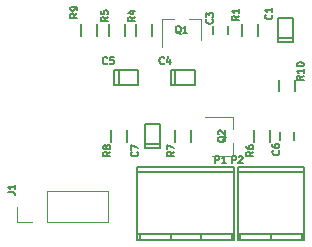
<source format=gto>
G04 #@! TF.FileFunction,Legend,Top*
%FSLAX46Y46*%
G04 Gerber Fmt 4.6, Leading zero omitted, Abs format (unit mm)*
G04 Created by KiCad (PCBNEW 4.0.7) date 03/02/18 07:07:43*
%MOMM*%
%LPD*%
G01*
G04 APERTURE LIST*
%ADD10C,0.100000*%
%ADD11C,0.150000*%
%ADD12C,0.120000*%
G04 APERTURE END LIST*
D10*
D11*
X172559560Y-89601200D02*
X164360440Y-89601200D01*
X172559560Y-89999980D02*
X164360440Y-89999980D01*
X172559560Y-95300960D02*
X164360440Y-95300960D01*
X164360440Y-95798800D02*
X172559560Y-95798800D01*
X169760480Y-95300960D02*
X169760480Y-95798800D01*
X164561100Y-95798800D02*
X164561100Y-95300960D01*
X172361440Y-95300960D02*
X172361440Y-95798800D01*
X167162060Y-95798800D02*
X167162060Y-95300960D01*
X172559560Y-95798800D02*
X172559560Y-89601200D01*
X164362980Y-89601200D02*
X164362980Y-95798800D01*
D12*
X166450000Y-79450000D02*
X166450000Y-77050000D01*
X166450000Y-77050000D02*
X167500000Y-77050000D01*
X169750000Y-78850000D02*
X169750000Y-77050000D01*
X169750000Y-77050000D02*
X168700000Y-77050000D01*
D11*
X164225000Y-78500000D02*
X164225000Y-77500000D01*
X165575000Y-77500000D02*
X165575000Y-78500000D01*
X170800000Y-78350000D02*
X170800000Y-77650000D01*
X172000000Y-77650000D02*
X172000000Y-78350000D01*
X177535000Y-78635000D02*
X176265000Y-78635000D01*
X177535000Y-76984000D02*
X176265000Y-76984000D01*
X176265000Y-76984000D02*
X176265000Y-79016000D01*
X176265000Y-79016000D02*
X177535000Y-79016000D01*
X177535000Y-79016000D02*
X177535000Y-76984000D01*
X167565000Y-82635000D02*
X167565000Y-81365000D01*
X169216000Y-82635000D02*
X169216000Y-81365000D01*
X169216000Y-81365000D02*
X167184000Y-81365000D01*
X167184000Y-81365000D02*
X167184000Y-82635000D01*
X167184000Y-82635000D02*
X169216000Y-82635000D01*
X162765000Y-82635000D02*
X162765000Y-81365000D01*
X164416000Y-82635000D02*
X164416000Y-81365000D01*
X164416000Y-81365000D02*
X162384000Y-81365000D01*
X162384000Y-81365000D02*
X162384000Y-82635000D01*
X162384000Y-82635000D02*
X164416000Y-82635000D01*
X177600000Y-86650000D02*
X177600000Y-87350000D01*
X176400000Y-87350000D02*
X176400000Y-86650000D01*
X166235000Y-87635000D02*
X164965000Y-87635000D01*
X166235000Y-85984000D02*
X164965000Y-85984000D01*
X164965000Y-85984000D02*
X164965000Y-88016000D01*
X164965000Y-88016000D02*
X166235000Y-88016000D01*
X166235000Y-88016000D02*
X166235000Y-85984000D01*
X178469080Y-95300960D02*
X172870920Y-95300960D01*
X173069040Y-95798800D02*
X173069040Y-95300960D01*
X178270960Y-95300960D02*
X178270960Y-95798800D01*
X175670000Y-95798800D02*
X175670000Y-95300960D01*
X172870920Y-89999980D02*
X178469080Y-89999980D01*
X172870920Y-95798800D02*
X178469080Y-95798800D01*
X178469080Y-95798800D02*
X178469080Y-89601200D01*
X178469080Y-89601200D02*
X172870920Y-89601200D01*
X172870920Y-89601200D02*
X172870920Y-95798800D01*
D12*
X170050000Y-85350000D02*
X172450000Y-85350000D01*
X172450000Y-85350000D02*
X172450000Y-86400000D01*
X170650000Y-88650000D02*
X172450000Y-88650000D01*
X172450000Y-88650000D02*
X172450000Y-87600000D01*
D11*
X174575000Y-77500000D02*
X174575000Y-78500000D01*
X173225000Y-78500000D02*
X173225000Y-77500000D01*
X161925000Y-78500000D02*
X161925000Y-77500000D01*
X163275000Y-77500000D02*
X163275000Y-78500000D01*
X174225000Y-87500000D02*
X174225000Y-86500000D01*
X175575000Y-86500000D02*
X175575000Y-87500000D01*
X168875000Y-86500000D02*
X168875000Y-87500000D01*
X167525000Y-87500000D02*
X167525000Y-86500000D01*
X163475000Y-86500000D02*
X163475000Y-87500000D01*
X162125000Y-87500000D02*
X162125000Y-86500000D01*
X159625000Y-78500000D02*
X159625000Y-77500000D01*
X160975000Y-77500000D02*
X160975000Y-78500000D01*
X176325000Y-83200000D02*
X176325000Y-82200000D01*
X177675000Y-82200000D02*
X177675000Y-83200000D01*
D12*
X161870000Y-94280000D02*
X161870000Y-91620000D01*
X156730000Y-94280000D02*
X161870000Y-94280000D01*
X156730000Y-91620000D02*
X161870000Y-91620000D01*
X156730000Y-94280000D02*
X156730000Y-91620000D01*
X155460000Y-94280000D02*
X154130000Y-94280000D01*
X154130000Y-94280000D02*
X154130000Y-92950000D01*
D11*
X170957143Y-89271429D02*
X170957143Y-88671429D01*
X171185715Y-88671429D01*
X171242857Y-88700000D01*
X171271429Y-88728571D01*
X171300000Y-88785714D01*
X171300000Y-88871429D01*
X171271429Y-88928571D01*
X171242857Y-88957143D01*
X171185715Y-88985714D01*
X170957143Y-88985714D01*
X171871429Y-89271429D02*
X171528572Y-89271429D01*
X171700000Y-89271429D02*
X171700000Y-88671429D01*
X171642857Y-88757143D01*
X171585715Y-88814286D01*
X171528572Y-88842857D01*
X168042857Y-78328571D02*
X167985714Y-78300000D01*
X167928571Y-78242857D01*
X167842857Y-78157143D01*
X167785714Y-78128571D01*
X167728571Y-78128571D01*
X167757143Y-78271429D02*
X167700000Y-78242857D01*
X167642857Y-78185714D01*
X167614286Y-78071429D01*
X167614286Y-77871429D01*
X167642857Y-77757143D01*
X167700000Y-77700000D01*
X167757143Y-77671429D01*
X167871429Y-77671429D01*
X167928571Y-77700000D01*
X167985714Y-77757143D01*
X168014286Y-77871429D01*
X168014286Y-78071429D01*
X167985714Y-78185714D01*
X167928571Y-78242857D01*
X167871429Y-78271429D01*
X167757143Y-78271429D01*
X168585714Y-78271429D02*
X168242857Y-78271429D01*
X168414285Y-78271429D02*
X168414285Y-77671429D01*
X168357142Y-77757143D01*
X168300000Y-77814286D01*
X168242857Y-77842857D01*
X164171429Y-76900000D02*
X163885714Y-77100000D01*
X164171429Y-77242857D02*
X163571429Y-77242857D01*
X163571429Y-77014285D01*
X163600000Y-76957143D01*
X163628571Y-76928571D01*
X163685714Y-76900000D01*
X163771429Y-76900000D01*
X163828571Y-76928571D01*
X163857143Y-76957143D01*
X163885714Y-77014285D01*
X163885714Y-77242857D01*
X163771429Y-76385714D02*
X164171429Y-76385714D01*
X163542857Y-76528571D02*
X163971429Y-76671428D01*
X163971429Y-76300000D01*
X170714286Y-77100000D02*
X170742857Y-77128571D01*
X170771429Y-77214285D01*
X170771429Y-77271428D01*
X170742857Y-77357143D01*
X170685714Y-77414285D01*
X170628571Y-77442857D01*
X170514286Y-77471428D01*
X170428571Y-77471428D01*
X170314286Y-77442857D01*
X170257143Y-77414285D01*
X170200000Y-77357143D01*
X170171429Y-77271428D01*
X170171429Y-77214285D01*
X170200000Y-77128571D01*
X170228571Y-77100000D01*
X170171429Y-76900000D02*
X170171429Y-76528571D01*
X170400000Y-76728571D01*
X170400000Y-76642857D01*
X170428571Y-76585714D01*
X170457143Y-76557143D01*
X170514286Y-76528571D01*
X170657143Y-76528571D01*
X170714286Y-76557143D01*
X170742857Y-76585714D01*
X170771429Y-76642857D01*
X170771429Y-76814285D01*
X170742857Y-76871428D01*
X170714286Y-76900000D01*
X175714286Y-76700000D02*
X175742857Y-76728571D01*
X175771429Y-76814285D01*
X175771429Y-76871428D01*
X175742857Y-76957143D01*
X175685714Y-77014285D01*
X175628571Y-77042857D01*
X175514286Y-77071428D01*
X175428571Y-77071428D01*
X175314286Y-77042857D01*
X175257143Y-77014285D01*
X175200000Y-76957143D01*
X175171429Y-76871428D01*
X175171429Y-76814285D01*
X175200000Y-76728571D01*
X175228571Y-76700000D01*
X175771429Y-76128571D02*
X175771429Y-76471428D01*
X175771429Y-76300000D02*
X175171429Y-76300000D01*
X175257143Y-76357143D01*
X175314286Y-76414285D01*
X175342857Y-76471428D01*
X166600000Y-80814286D02*
X166571429Y-80842857D01*
X166485715Y-80871429D01*
X166428572Y-80871429D01*
X166342857Y-80842857D01*
X166285715Y-80785714D01*
X166257143Y-80728571D01*
X166228572Y-80614286D01*
X166228572Y-80528571D01*
X166257143Y-80414286D01*
X166285715Y-80357143D01*
X166342857Y-80300000D01*
X166428572Y-80271429D01*
X166485715Y-80271429D01*
X166571429Y-80300000D01*
X166600000Y-80328571D01*
X167114286Y-80471429D02*
X167114286Y-80871429D01*
X166971429Y-80242857D02*
X166828572Y-80671429D01*
X167200000Y-80671429D01*
X161800000Y-80814286D02*
X161771429Y-80842857D01*
X161685715Y-80871429D01*
X161628572Y-80871429D01*
X161542857Y-80842857D01*
X161485715Y-80785714D01*
X161457143Y-80728571D01*
X161428572Y-80614286D01*
X161428572Y-80528571D01*
X161457143Y-80414286D01*
X161485715Y-80357143D01*
X161542857Y-80300000D01*
X161628572Y-80271429D01*
X161685715Y-80271429D01*
X161771429Y-80300000D01*
X161800000Y-80328571D01*
X162342857Y-80271429D02*
X162057143Y-80271429D01*
X162028572Y-80557143D01*
X162057143Y-80528571D01*
X162114286Y-80500000D01*
X162257143Y-80500000D01*
X162314286Y-80528571D01*
X162342857Y-80557143D01*
X162371429Y-80614286D01*
X162371429Y-80757143D01*
X162342857Y-80814286D01*
X162314286Y-80842857D01*
X162257143Y-80871429D01*
X162114286Y-80871429D01*
X162057143Y-80842857D01*
X162028572Y-80814286D01*
X176314286Y-88200000D02*
X176342857Y-88228571D01*
X176371429Y-88314285D01*
X176371429Y-88371428D01*
X176342857Y-88457143D01*
X176285714Y-88514285D01*
X176228571Y-88542857D01*
X176114286Y-88571428D01*
X176028571Y-88571428D01*
X175914286Y-88542857D01*
X175857143Y-88514285D01*
X175800000Y-88457143D01*
X175771429Y-88371428D01*
X175771429Y-88314285D01*
X175800000Y-88228571D01*
X175828571Y-88200000D01*
X175771429Y-87685714D02*
X175771429Y-87800000D01*
X175800000Y-87857143D01*
X175828571Y-87885714D01*
X175914286Y-87942857D01*
X176028571Y-87971428D01*
X176257143Y-87971428D01*
X176314286Y-87942857D01*
X176342857Y-87914285D01*
X176371429Y-87857143D01*
X176371429Y-87742857D01*
X176342857Y-87685714D01*
X176314286Y-87657143D01*
X176257143Y-87628571D01*
X176114286Y-87628571D01*
X176057143Y-87657143D01*
X176028571Y-87685714D01*
X176000000Y-87742857D01*
X176000000Y-87857143D01*
X176028571Y-87914285D01*
X176057143Y-87942857D01*
X176114286Y-87971428D01*
X164364286Y-88320000D02*
X164392857Y-88348571D01*
X164421429Y-88434285D01*
X164421429Y-88491428D01*
X164392857Y-88577143D01*
X164335714Y-88634285D01*
X164278571Y-88662857D01*
X164164286Y-88691428D01*
X164078571Y-88691428D01*
X163964286Y-88662857D01*
X163907143Y-88634285D01*
X163850000Y-88577143D01*
X163821429Y-88491428D01*
X163821429Y-88434285D01*
X163850000Y-88348571D01*
X163878571Y-88320000D01*
X163821429Y-88120000D02*
X163821429Y-87720000D01*
X164421429Y-87977143D01*
X172357143Y-89271429D02*
X172357143Y-88671429D01*
X172585715Y-88671429D01*
X172642857Y-88700000D01*
X172671429Y-88728571D01*
X172700000Y-88785714D01*
X172700000Y-88871429D01*
X172671429Y-88928571D01*
X172642857Y-88957143D01*
X172585715Y-88985714D01*
X172357143Y-88985714D01*
X172928572Y-88728571D02*
X172957143Y-88700000D01*
X173014286Y-88671429D01*
X173157143Y-88671429D01*
X173214286Y-88700000D01*
X173242857Y-88728571D01*
X173271429Y-88785714D01*
X173271429Y-88842857D01*
X173242857Y-88928571D01*
X172900000Y-89271429D01*
X173271429Y-89271429D01*
X171837619Y-87032143D02*
X171809048Y-87089286D01*
X171751905Y-87146429D01*
X171666191Y-87232143D01*
X171637619Y-87289286D01*
X171637619Y-87346429D01*
X171780477Y-87317857D02*
X171751905Y-87375000D01*
X171694762Y-87432143D01*
X171580477Y-87460714D01*
X171380477Y-87460714D01*
X171266191Y-87432143D01*
X171209048Y-87375000D01*
X171180477Y-87317857D01*
X171180477Y-87203571D01*
X171209048Y-87146429D01*
X171266191Y-87089286D01*
X171380477Y-87060714D01*
X171580477Y-87060714D01*
X171694762Y-87089286D01*
X171751905Y-87146429D01*
X171780477Y-87203571D01*
X171780477Y-87317857D01*
X171237619Y-86832143D02*
X171209048Y-86803572D01*
X171180477Y-86746429D01*
X171180477Y-86603572D01*
X171209048Y-86546429D01*
X171237619Y-86517858D01*
X171294762Y-86489286D01*
X171351905Y-86489286D01*
X171437619Y-86517858D01*
X171780477Y-86860715D01*
X171780477Y-86489286D01*
X172971429Y-76800000D02*
X172685714Y-77000000D01*
X172971429Y-77142857D02*
X172371429Y-77142857D01*
X172371429Y-76914285D01*
X172400000Y-76857143D01*
X172428571Y-76828571D01*
X172485714Y-76800000D01*
X172571429Y-76800000D01*
X172628571Y-76828571D01*
X172657143Y-76857143D01*
X172685714Y-76914285D01*
X172685714Y-77142857D01*
X172971429Y-76228571D02*
X172971429Y-76571428D01*
X172971429Y-76400000D02*
X172371429Y-76400000D01*
X172457143Y-76457143D01*
X172514286Y-76514285D01*
X172542857Y-76571428D01*
X161871429Y-76900000D02*
X161585714Y-77100000D01*
X161871429Y-77242857D02*
X161271429Y-77242857D01*
X161271429Y-77014285D01*
X161300000Y-76957143D01*
X161328571Y-76928571D01*
X161385714Y-76900000D01*
X161471429Y-76900000D01*
X161528571Y-76928571D01*
X161557143Y-76957143D01*
X161585714Y-77014285D01*
X161585714Y-77242857D01*
X161271429Y-76357143D02*
X161271429Y-76642857D01*
X161557143Y-76671428D01*
X161528571Y-76642857D01*
X161500000Y-76585714D01*
X161500000Y-76442857D01*
X161528571Y-76385714D01*
X161557143Y-76357143D01*
X161614286Y-76328571D01*
X161757143Y-76328571D01*
X161814286Y-76357143D01*
X161842857Y-76385714D01*
X161871429Y-76442857D01*
X161871429Y-76585714D01*
X161842857Y-76642857D01*
X161814286Y-76671428D01*
X174171429Y-88300000D02*
X173885714Y-88500000D01*
X174171429Y-88642857D02*
X173571429Y-88642857D01*
X173571429Y-88414285D01*
X173600000Y-88357143D01*
X173628571Y-88328571D01*
X173685714Y-88300000D01*
X173771429Y-88300000D01*
X173828571Y-88328571D01*
X173857143Y-88357143D01*
X173885714Y-88414285D01*
X173885714Y-88642857D01*
X173571429Y-87785714D02*
X173571429Y-87900000D01*
X173600000Y-87957143D01*
X173628571Y-87985714D01*
X173714286Y-88042857D01*
X173828571Y-88071428D01*
X174057143Y-88071428D01*
X174114286Y-88042857D01*
X174142857Y-88014285D01*
X174171429Y-87957143D01*
X174171429Y-87842857D01*
X174142857Y-87785714D01*
X174114286Y-87757143D01*
X174057143Y-87728571D01*
X173914286Y-87728571D01*
X173857143Y-87757143D01*
X173828571Y-87785714D01*
X173800000Y-87842857D01*
X173800000Y-87957143D01*
X173828571Y-88014285D01*
X173857143Y-88042857D01*
X173914286Y-88071428D01*
X167471429Y-88300000D02*
X167185714Y-88500000D01*
X167471429Y-88642857D02*
X166871429Y-88642857D01*
X166871429Y-88414285D01*
X166900000Y-88357143D01*
X166928571Y-88328571D01*
X166985714Y-88300000D01*
X167071429Y-88300000D01*
X167128571Y-88328571D01*
X167157143Y-88357143D01*
X167185714Y-88414285D01*
X167185714Y-88642857D01*
X166871429Y-88100000D02*
X166871429Y-87700000D01*
X167471429Y-87957143D01*
X162061429Y-88300000D02*
X161775714Y-88500000D01*
X162061429Y-88642857D02*
X161461429Y-88642857D01*
X161461429Y-88414285D01*
X161490000Y-88357143D01*
X161518571Y-88328571D01*
X161575714Y-88300000D01*
X161661429Y-88300000D01*
X161718571Y-88328571D01*
X161747143Y-88357143D01*
X161775714Y-88414285D01*
X161775714Y-88642857D01*
X161718571Y-87957143D02*
X161690000Y-88014285D01*
X161661429Y-88042857D01*
X161604286Y-88071428D01*
X161575714Y-88071428D01*
X161518571Y-88042857D01*
X161490000Y-88014285D01*
X161461429Y-87957143D01*
X161461429Y-87842857D01*
X161490000Y-87785714D01*
X161518571Y-87757143D01*
X161575714Y-87728571D01*
X161604286Y-87728571D01*
X161661429Y-87757143D01*
X161690000Y-87785714D01*
X161718571Y-87842857D01*
X161718571Y-87957143D01*
X161747143Y-88014285D01*
X161775714Y-88042857D01*
X161832857Y-88071428D01*
X161947143Y-88071428D01*
X162004286Y-88042857D01*
X162032857Y-88014285D01*
X162061429Y-87957143D01*
X162061429Y-87842857D01*
X162032857Y-87785714D01*
X162004286Y-87757143D01*
X161947143Y-87728571D01*
X161832857Y-87728571D01*
X161775714Y-87757143D01*
X161747143Y-87785714D01*
X161718571Y-87842857D01*
X159271429Y-76600000D02*
X158985714Y-76800000D01*
X159271429Y-76942857D02*
X158671429Y-76942857D01*
X158671429Y-76714285D01*
X158700000Y-76657143D01*
X158728571Y-76628571D01*
X158785714Y-76600000D01*
X158871429Y-76600000D01*
X158928571Y-76628571D01*
X158957143Y-76657143D01*
X158985714Y-76714285D01*
X158985714Y-76942857D01*
X159271429Y-76314285D02*
X159271429Y-76200000D01*
X159242857Y-76142857D01*
X159214286Y-76114285D01*
X159128571Y-76057143D01*
X159014286Y-76028571D01*
X158785714Y-76028571D01*
X158728571Y-76057143D01*
X158700000Y-76085714D01*
X158671429Y-76142857D01*
X158671429Y-76257143D01*
X158700000Y-76314285D01*
X158728571Y-76342857D01*
X158785714Y-76371428D01*
X158928571Y-76371428D01*
X158985714Y-76342857D01*
X159014286Y-76314285D01*
X159042857Y-76257143D01*
X159042857Y-76142857D01*
X159014286Y-76085714D01*
X158985714Y-76057143D01*
X158928571Y-76028571D01*
X178446430Y-81885715D02*
X178160715Y-82085715D01*
X178446430Y-82228572D02*
X177846430Y-82228572D01*
X177846430Y-82000000D01*
X177875001Y-81942858D01*
X177903572Y-81914286D01*
X177960715Y-81885715D01*
X178046430Y-81885715D01*
X178103572Y-81914286D01*
X178132144Y-81942858D01*
X178160715Y-82000000D01*
X178160715Y-82228572D01*
X178446430Y-81314286D02*
X178446430Y-81657143D01*
X178446430Y-81485715D02*
X177846430Y-81485715D01*
X177932144Y-81542858D01*
X177989287Y-81600000D01*
X178017858Y-81657143D01*
X177846430Y-80942857D02*
X177846430Y-80885714D01*
X177875001Y-80828571D01*
X177903572Y-80800000D01*
X177960715Y-80771429D01*
X178075001Y-80742857D01*
X178217858Y-80742857D01*
X178332144Y-80771429D01*
X178389287Y-80800000D01*
X178417858Y-80828571D01*
X178446430Y-80885714D01*
X178446430Y-80942857D01*
X178417858Y-81000000D01*
X178389287Y-81028571D01*
X178332144Y-81057143D01*
X178217858Y-81085714D01*
X178075001Y-81085714D01*
X177960715Y-81057143D01*
X177903572Y-81028571D01*
X177875001Y-81000000D01*
X177846430Y-80942857D01*
X153431429Y-91750000D02*
X153860000Y-91750000D01*
X153945714Y-91778572D01*
X154002857Y-91835715D01*
X154031429Y-91921429D01*
X154031429Y-91978572D01*
X154031429Y-91150000D02*
X154031429Y-91492857D01*
X154031429Y-91321429D02*
X153431429Y-91321429D01*
X153517143Y-91378572D01*
X153574286Y-91435714D01*
X153602857Y-91492857D01*
M02*

</source>
